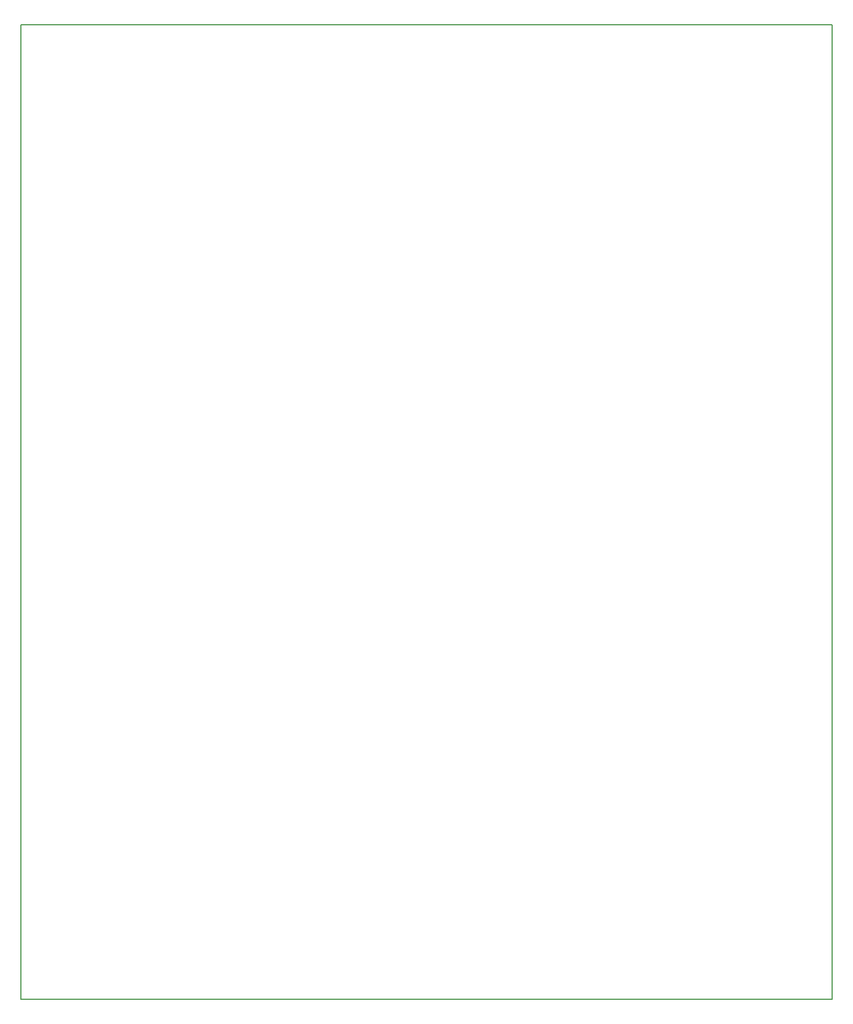
<source format=gbr>
G04 #@! TF.GenerationSoftware,KiCad,Pcbnew,5.0.2-bee76a0~70~ubuntu16.04.1*
G04 #@! TF.CreationDate,2019-03-08T17:41:57+01:00*
G04 #@! TF.ProjectId,AA2380V1,41413233-3830-4563-912e-6b696361645f,1.0*
G04 #@! TF.SameCoordinates,Original*
G04 #@! TF.FileFunction,Profile,NP*
%FSLAX46Y46*%
G04 Gerber Fmt 4.6, Leading zero omitted, Abs format (unit mm)*
G04 Created by KiCad (PCBNEW 5.0.2-bee76a0~70~ubuntu16.04.1) date ven. 08 mars 2019 17:41:57 CET*
%MOMM*%
%LPD*%
G01*
G04 APERTURE LIST*
%ADD10C,0.150000*%
G04 APERTURE END LIST*
D10*
X164000000Y-206000000D02*
X164000000Y-56000000D01*
X39000000Y-56000000D02*
X164000000Y-56000000D01*
X39000000Y-206000000D02*
X39000000Y-56000000D01*
X164000000Y-206000000D02*
X39000000Y-206000000D01*
M02*

</source>
